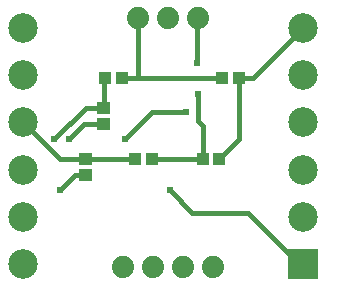
<source format=gbl>
G04 Layer: BottomLayer*
G04 EasyEDA v6.1.41, Mon, 03 Jun 2019 03:14:34 GMT*
G04 5a90bc5d05c24feeabf61e1713a7abd1,f719cc3b5e9d4f31bc15a5958a6a0e99,10*
G04 Gerber Generator version 0.2*
G04 Scale: 100 percent, Rotated: No, Reflected: No *
G04 Dimensions in millimeters *
G04 leading zeros omitted , absolute positions ,3 integer and 3 decimal *
%FSLAX33Y33*%
%MOMM*%
G90*
G71D02*

%ADD11C,0.399999*%
%ADD13C,0.619760*%
%ADD14R,0.999998X1.099998*%
%ADD16C,1.879600*%
%ADD18C,2.499995*%

%LPD*%
G54D11*
G01X14478Y9108D02*
G01X16383Y7203D01*
G01X21082Y7203D01*
G01X25420Y2865D01*
G01X25781Y2865D01*
G01X8890Y14694D02*
G01X7236Y14694D01*
G01X5969Y13426D01*
G01X25780Y22856D02*
G01X21557Y18633D01*
G01X20320Y18633D01*
G01X18669Y11775D02*
G01X20320Y13426D01*
G01X20320Y18633D01*
G01X17268Y11775D02*
G01X12954Y11775D01*
G01X11553Y11775D02*
G01X8001Y11775D01*
G01X6858Y11775D01*
G01X17268Y11775D02*
G01X17268Y14573D01*
G01X16891Y14950D01*
G01X16891Y17236D01*
G01X16764Y19903D02*
G01X16764Y23586D01*
G01X16891Y23713D01*
G01X18920Y18633D02*
G01X13355Y18633D01*
G01X10414Y18633D01*
G01X11811Y23713D02*
G01X11811Y18720D01*
G01X11724Y18633D01*
G01X9013Y18633D02*
G01X8890Y18510D01*
G01X8890Y16093D01*
G01X7366Y10375D02*
G01X6473Y10375D01*
G01X5207Y9108D01*
G01X7366Y11775D02*
G01X5160Y11775D01*
G01X2085Y14851D01*
G01X8890Y16093D02*
G01X7366Y16093D01*
G01X4699Y13426D01*
G01X10668Y13426D02*
G01X12954Y15712D01*
G01X15875Y15712D01*
G54D14*
G01X18669Y11775D03*
G01X17269Y11775D03*
G01X20320Y18633D03*
G01X18920Y18633D03*
G01X10414Y18633D03*
G01X9014Y18633D03*
G01X12954Y11775D03*
G01X11554Y11775D03*
G36*
G01X8340Y16594D02*
G01X8340Y15594D01*
G01X9440Y15594D01*
G01X9440Y16594D01*
G01X8340Y16594D01*
G37*
G36*
G01X8340Y15194D02*
G01X8340Y14194D01*
G01X9440Y14194D01*
G01X9440Y15194D01*
G01X8340Y15194D01*
G37*
G36*
G01X6816Y12276D02*
G01X6816Y11276D01*
G01X7916Y11276D01*
G01X7916Y12276D01*
G01X6816Y12276D01*
G37*
G36*
G01X6816Y10876D02*
G01X6816Y9876D01*
G01X7916Y9876D01*
G01X7916Y10876D01*
G01X6816Y10876D01*
G37*
G54D16*
G01X14351Y23713D03*
G01X16891Y23713D03*
G01X11811Y23713D03*
G01X13081Y2631D03*
G01X15621Y2631D03*
G01X18161Y2631D03*
G01X10541Y2631D03*
G36*
G01X24530Y1614D02*
G01X24530Y4114D01*
G01X27030Y4114D01*
G01X27030Y1614D01*
G01X24530Y1614D01*
G37*
G54D18*
G01X25780Y6865D03*
G01X25780Y10860D03*
G01X25780Y14861D03*
G01X25780Y18861D03*
G01X25780Y22857D03*
G01X2043Y2876D03*
G01X2085Y6855D03*
G01X2085Y10851D03*
G01X2085Y14851D03*
G01X2085Y18851D03*
G01X2085Y22847D03*
G54D13*
G01X14478Y9108D03*
G01X16891Y17236D03*
G01X16764Y19903D03*
G01X5969Y13426D03*
G01X5207Y9108D03*
G01X4699Y13426D03*
G01X10668Y13426D03*
G01X15875Y15712D03*
M00*
M02*

</source>
